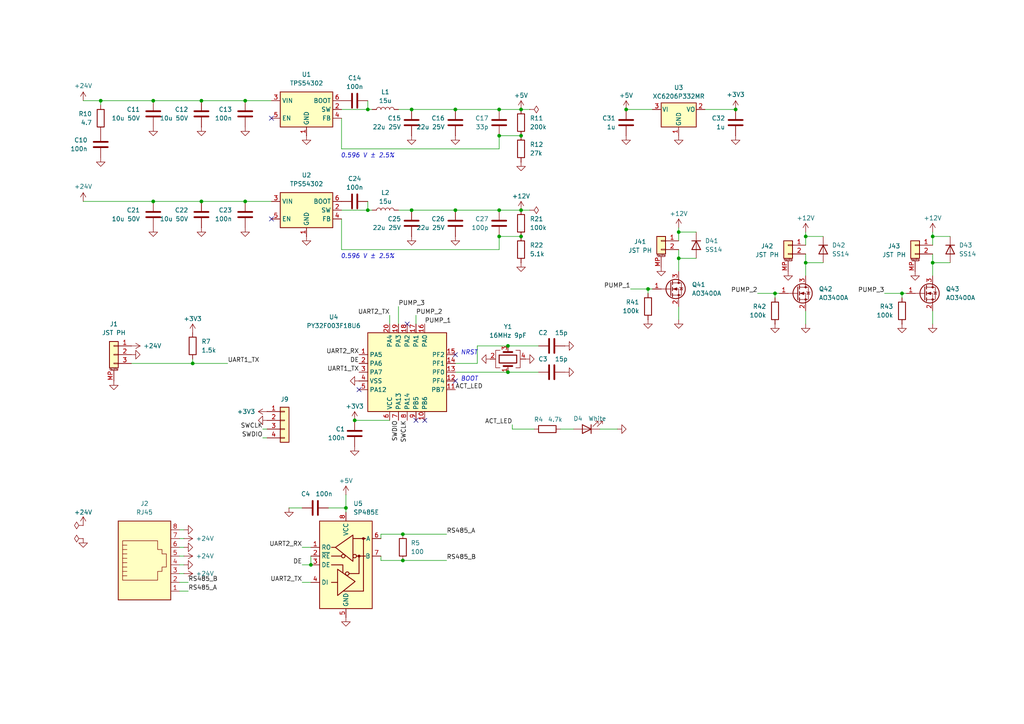
<source format=kicad_sch>
(kicad_sch (version 20250114) (generator "eeschema") (generator_version "9.0")
  (paper "A4")
  (lib_symbols
    (symbol "Connector:RJ45" (pin_names (offset 1.016))
      (property "Reference" "J" (at -5.08 13.97 0))
      (property "Value" "RJ45" (at 2.54 13.97 0))
      (symbol "RJ45_1_1"
        (pin passive line (at 10.16 10.16 180) (length 2.54) (name "~") (number "8"))
        (pin passive line (at 10.16 7.62 180) (length 2.54) (name "~") (number "7"))
        (pin passive line (at 10.16 5.08 180) (length 2.54) (name "~") (number "6"))
        (pin passive line (at 10.16 2.54 180) (length 2.54) (name "~") (number "5"))
        (pin passive line (at 10.16 0 180) (length 2.54) (name "~") (number "4"))
        (pin passive line (at 10.16 -2.54 180) (length 2.54) (name "~") (number "3"))
        (pin passive line (at 10.16 -5.08 180) (length 2.54) (name "~") (number "2"))
        (pin passive line (at 10.16 -7.62 180) (length 2.54) (name "~") (number "1"))
      )
    )
    (symbol "Connector_Generic:Conn_01x04" (pin_names (offset 1.016) (hide yes))
      (property "Reference" "J" (at 0 5.08 0))
      (property "Value" "Conn_01x04" (at 0 -7.62 0))
      (symbol "Conn_01x04_1_1"
        (pin passive line (at -5.08 2.54 0) (length 3.81) (name "Pin_1") (number "1"))
        (pin passive line (at -5.08 0 0) (length 3.81) (name "Pin_2") (number "2"))
        (pin passive line (at -5.08 -2.54 0) (length 3.81) (name "Pin_3") (number "3"))
        (pin passive line (at -5.08 -5.08 0) (length 3.81) (name "Pin_4") (number "4"))
      )
    )
    (symbol "Connector_Generic_MountingPin:Conn_01x02_MountingPin" (pin_names (offset 1.016) (hide yes))
      (property "Reference" "J" (at 0 2.54 0))
      (property "Value" "Conn_01x02_MountingPin" (at 1.27 -5.08 0))
      (symbol "Conn_01x02_MountingPin_1_1"
        (text "Mounting" (at 0 -4.191 0) (effects (font (size 0.381 0.381))))
        (pin passive line (at -5.08 0 0) (length 3.81) (name "Pin_1") (number "1"))
        (pin passive line (at -5.08 -2.54 0) (length 3.81) (name "Pin_2") (number "2"))
        (pin passive line (at 0 -7.62 90) (length 3.048) (name "MountPin") (number "MP"))
      )
    )
    (symbol "Connector_Generic_MountingPin:Conn_01x03_MountingPin" (pin_names (offset 1.016) (hide yes))
      (property "Reference" "J" (at 0 5.08 0))
      (property "Value" "Conn_01x03_MountingPin" (at 1.27 -5.08 0))
      (symbol "Conn_01x03_MountingPin_1_1"
        (text "Mounting" (at 0 -4.191 0) (effects (font (size 0.381 0.381))))
        (pin passive line (at -5.08 2.54 0) (length 3.81) (name "Pin_1") (number "1"))
        (pin passive line (at -5.08 0 0) (length 3.81) (name "Pin_2") (number "2"))
        (pin passive line (at -5.08 -2.54 0) (length 3.81) (name "Pin_3") (number "3"))
        (pin passive line (at 0 -7.62 90) (length 3.048) (name "MountPin") (number "MP"))
      )
    )
    (symbol "Device:C" (pin_numbers (hide yes)) (pin_names (offset 0.254))
      (property "Reference" "C" (at 0.635 2.54 0))
      (property "Value" "C" (at 0.635 -2.54 0))
      (symbol "C_1_1"
        (pin passive line (at 0 3.81 270) (length 2.794) (name "~") (number "1"))
        (pin passive line (at 0 -3.81 90) (length 2.794) (name "~") (number "2"))
      )
    )
    (symbol "Device:Crystal_GND24" (pin_names (offset 1.016) (hide yes))
      (property "Reference" "Y" (at 3.175 5.08 0))
      (property "Value" "Crystal_GND24" (at 3.175 3.175 0))
      (symbol "Crystal_GND24_1_1"
        (pin passive line (at -3.81 0 0) (length 1.27) (name "1") (number "1"))
        (pin passive line (at 0 5.08 270) (length 1.27) (name "2") (number "2"))
        (pin passive line (at 0 -5.08 90) (length 1.27) (name "4") (number "4"))
        (pin passive line (at 3.81 0 180) (length 1.27) (name "3") (number "3"))
      )
    )
    (symbol "Device:D" (pin_numbers (hide yes)) (pin_names (offset 1.016) (hide yes))
      (property "Reference" "D" (at 0 2.54 0))
      (property "Value" "D" (at 0 -2.54 0))
      (symbol "D_1_1"
        (pin passive line (at -3.81 0 0) (length 2.54) (name "K") (number "1"))
        (pin passive line (at 3.81 0 180) (length 2.54) (name "A") (number "2"))
      )
    )
    (symbol "Device:L" (pin_numbers (hide yes)) (pin_names (offset 1.016) (hide yes))
      (property "Reference" "L" (at -1.27 0 90))
      (property "Value" "L" (at 1.905 0 90))
      (symbol "L_1_1"
        (pin passive line (at 0 3.81 270) (length 1.27) (name "1") (number "1"))
        (pin passive line (at 0 -3.81 90) (length 1.27) (name "2") (number "2"))
      )
    )
    (symbol "Device:LED" (pin_numbers (hide yes)) (pin_names (offset 1.016) (hide yes))
      (property "Reference" "D" (at 0 2.54 0))
      (property "Value" "LED" (at 0 -2.54 0))
      (symbol "LED_1_1"
        (pin passive line (at -3.81 0 0) (length 2.54) (name "K") (number "1"))
        (pin passive line (at 3.81 0 180) (length 2.54) (name "A") (number "2"))
      )
    )
    (symbol "Device:R" (pin_numbers (hide yes)) (pin_names (offset 0))
      (property "Reference" "R" (at 2.032 0 90))
      (property "Value" "R" (at 0 0 90))
      (symbol "R_1_1"
        (pin passive line (at 0 3.81 270) (length 1.27) (name "~") (number "1"))
        (pin passive line (at 0 -3.81 90) (length 1.27) (name "~") (number "2"))
      )
    )
    (symbol "GND_1" (power) (pin_numbers (hide yes)) (pin_names (offset 0) (hide yes))
      (property "Value" "GND" (at 0 -3.81 0))
      (symbol "GND_1_1_1"
        (pin power_in line (at 0 0 270) (length 0) (name "~") (number "1"))
      )
    )
    (symbol "Interface_UART:MAX487E"
      (property "Reference" "U" (at -6.985 13.97 0))
      (property "Value" "MAX487E" (at 1.27 13.97 0))
      (symbol "MAX487E_1_1"
        (pin output line (at -10.16 5.08 0) (length 2.54) (name "RO") (number "1"))
        (pin input line (at -10.16 2.54 0) (length 2.54) (name "~{RE}") (number "2"))
        (pin input line (at -10.16 0 0) (length 2.54) (name "DE") (number "3"))
        (pin input line (at -10.16 -5.08 0) (length 2.54) (name "DI") (number "4"))
        (pin power_in line (at 0 15.24 270) (length 2.54) (name "VCC") (number "8"))
        (pin power_in line (at 0 -15.24 90) (length 2.54) (name "GND") (number "5"))
        (pin bidirectional line (at 10.16 7.62 180) (length 2.54) (name "A") (number "6"))
        (pin bidirectional line (at 10.16 2.54 180) (length 2.54) (name "B") (number "7"))
      )
    )
    (symbol "PY32F003:PY32F003F18U6TR"
      (property "Reference" "U" (at -15.748 16.256 0))
      (property "Value" "PY32F003F18U6" (at -15.748 13.716 0))
      (symbol "PY32F003F18U6TR_1_1"
        (pin bidirectional line (at -13.97 5.08 0) (length 2.54) (name "PA5") (number "1"))
        (pin bidirectional line (at -13.97 2.54 0) (length 2.54) (name "PA6") (number "2"))
        (pin bidirectional line (at -13.97 0 0) (length 2.54) (name "PA7") (number "3"))
        (pin input line (at -13.97 -2.54 0) (length 2.54) (hide yes) (name "PAD") (number "21"))
        (pin power_in line (at -13.97 -2.54 0) (length 2.54) (name "VSS") (number "4"))
        (pin bidirectional line (at -13.97 -5.08 0) (length 2.54) (name "PA12") (number "5"))
        (pin bidirectional line (at -5.08 13.97 270) (length 2.54) (name "PA4") (number "20"))
        (pin power_in line (at -5.08 -13.97 90) (length 2.54) (name "VCC") (number "6"))
        (pin bidirectional line (at -2.54 13.97 270) (length 2.54) (name "PA3") (number "19"))
        (pin bidirectional line (at -2.54 -13.97 90) (length 2.54) (name "PA13") (number "7"))
        (pin bidirectional line (at 0 13.97 270) (length 2.54) (name "PA2") (number "18"))
        (pin bidirectional line (at 0 -13.97 90) (length 2.54) (name "PA14") (number "8"))
        (pin bidirectional line (at 2.54 13.97 270) (length 2.54) (name "PA1") (number "17"))
        (pin bidirectional line (at 2.54 -13.97 90) (length 2.54) (name "PB5") (number "9"))
        (pin bidirectional line (at 5.08 13.97 270) (length 2.54) (name "PA0") (number "16"))
        (pin bidirectional line (at 5.08 -13.97 90) (length 2.54) (name "PB6") (number "10"))
        (pin bidirectional line (at 13.97 5.08 180) (length 2.54) (name "PF2") (number "15"))
        (pin bidirectional line (at 13.97 2.54 180) (length 2.54) (name "PF1") (number "14"))
        (pin bidirectional line (at 13.97 0 180) (length 2.54) (name "PF0") (number "13"))
        (pin bidirectional line (at 13.97 -2.54 180) (length 2.54) (name "PF4") (number "12"))
        (pin bidirectional line (at 13.97 -5.08 180) (length 2.54) (name "PB7") (number "11"))
      )
    )
    (symbol "Regulator_Linear:XC6206PxxxMR" (pin_names (offset 0.254))
      (property "Reference" "U" (at -3.81 3.175 0))
      (property "Value" "XC6206PxxxMR" (at 0 3.175 0))
      (symbol "XC6206PxxxMR_1_1"
        (pin power_in line (at -7.62 0 0) (length 2.54) (name "VI") (number "3"))
        (pin power_in line (at 0 -7.62 90) (length 2.54) (name "GND") (number "1"))
        (pin power_out line (at 7.62 0 180) (length 2.54) (name "VO") (number "2"))
      )
    )
    (symbol "Regulator_Switching:TPS54302"
      (property "Reference" "U" (at -7.62 6.35 0))
      (property "Value" "TPS54302" (at 0 6.35 0))
      (symbol "TPS54302_1_1"
        (pin power_in line (at -10.16 2.54 0) (length 2.54) (name "VIN") (number "3"))
        (pin input line (at -10.16 -2.54 0) (length 2.54) (name "EN") (number "5"))
        (pin power_in line (at 0 -7.62 90) (length 2.54) (name "GND") (number "1"))
        (pin passive line (at 10.16 2.54 180) (length 2.54) (name "BOOT") (number "6"))
        (pin power_out line (at 10.16 0 180) (length 2.54) (name "SW") (number "2"))
        (pin input line (at 10.16 -2.54 180) (length 2.54) (name "FB") (number "4"))
      )
    )
    (symbol "Transistor_FET:AO3400A" (pin_names (hide yes))
      (property "Reference" "Q" (at 5.08 1.905 0))
      (property "Value" "AO3400A" (at 5.08 0 0))
      (symbol "AO3400A_1_1"
        (pin input line (at -5.08 0 0) (length 2.54) (name "G") (number "1"))
        (pin passive line (at 2.54 5.08 270) (length 2.54) (name "D") (number "3"))
        (pin passive line (at 2.54 -5.08 90) (length 2.54) (name "S") (number "2"))
      )
    )
    (symbol "power:+12V" (power) (pin_numbers (hide yes)) (pin_names (offset 0) (hide yes))
      (property "Value" "+12V" (at 0 3.556 0))
      (symbol "+12V_1_1"
        (pin power_in line (at 0 0 90) (length 0) (name "~") (number "1"))
      )
    )
    (symbol "power:+24V" (power) (pin_numbers (hide yes)) (pin_names (offset 0) (hide yes))
      (property "Value" "+24V" (at 0 3.556 0))
      (symbol "+24V_1_1"
        (pin power_in line (at 0 0 90) (length 0) (name "~") (number "1"))
      )
    )
    (symbol "power:+3V3" (power) (pin_numbers (hide yes)) (pin_names (offset 0) (hide yes))
      (property "Value" "+3V3" (at 0 3.556 0))
      (symbol "+3V3_1_1"
        (pin power_in line (at 0 0 90) (length 0) (name "~") (number "1"))
      )
    )
    (symbol "power:+5V" (power) (pin_numbers (hide yes)) (pin_names (offset 0) (hide yes))
      (property "Value" "+5V" (at 0 3.556 0))
      (symbol "+5V_1_1"
        (pin power_in line (at 0 0 90) (length 0) (name "~") (number "1"))
      )
    )
    (symbol "power:GND" (power) (pin_numbers (hide yes)) (pin_names (offset 0) (hide yes))
      (property "Value" "GND" (at 0 -3.81 0))
      (symbol "GND_1_1"
        (pin power_in line (at 0 0 270) (length 0) (name "~") (number "1"))
      )
    )
    (symbol "power:PWR_FLAG" (power) (pin_numbers (hide yes)) (pin_names (offset 0) (hide yes))
      (property "Value" "PWR_FLAG" (at 0 3.81 0))
      (symbol "PWR_FLAG_0_0"
        (pin power_out line (at 0 0 90) (length 0) (name "~") (number "1"))
      )
    )
  )
  (text "BOOT" (at 133.604 109.982 0) (effects (font (size 1.27 1.27) (italic yes)) (justify left)))
  (text "NRST" (at 133.604 102.362 0) (effects (font (size 1.27 1.27) (italic yes)) (justify left)))
  (text "0.596 V ± 2.5%" (at 98.806 45.974 0) (effects (font (size 1.27 1.27) (italic yes)) (justify left bottom)))
  (text "0.596 V ± 2.5%" (at 98.806 75.184 0) (effects (font (size 1.27 1.27) (italic yes)) (justify left bottom)))
  (junction (at 151.13 68.58))
  (junction (at 29.21 29.21))
  (junction (at 106.68 60.96))
  (junction (at 116.84 162.56))
  (junction (at 151.13 31.75))
  (junction (at 187.96 83.82))
  (junction (at 144.78 60.96))
  (junction (at 119.38 31.75))
  (junction (at 233.68 76.2))
  (junction (at 116.84 154.94))
  (junction (at 100.33 147.32))
  (junction (at 144.78 31.75))
  (junction (at 270.51 68.58))
  (junction (at 71.12 29.21))
  (junction (at 151.13 39.37))
  (junction (at 196.85 67.31))
  (junction (at 132.08 60.96))
  (junction (at 196.85 74.93))
  (junction (at 213.36 31.75))
  (junction (at 144.78 68.58))
  (junction (at 71.12 58.42))
  (junction (at 147.32 107.95))
  (junction (at 102.87 121.92))
  (junction (at 58.42 58.42))
  (junction (at 144.78 39.37))
  (junction (at 181.61 31.75))
  (junction (at 58.42 29.21))
  (junction (at 55.88 105.41))
  (junction (at 147.32 100.33))
  (junction (at 132.08 31.75))
  (junction (at 261.62 85.09))
  (junction (at 90.17 163.83))
  (junction (at 151.13 60.96))
  (junction (at 106.68 31.75))
  (junction (at 233.68 68.58))
  (junction (at 44.45 58.42))
  (junction (at 224.79 85.09))
  (junction (at 119.38 60.96))
  (junction (at 270.51 76.2))
  (junction (at 44.45 29.21))
  (no_connect (at 104.14 113.03))
  (no_connect (at 123.19 121.92))
  (no_connect (at 132.08 102.87))
  (no_connect (at 78.74 34.29))
  (no_connect (at 78.74 63.5))
  (no_connect (at 118.11 93.98))
  (no_connect (at 120.65 121.92))
  (no_connect (at 132.08 110.49))
  (wire (pts (xy 100.33 143.51) (xy 100.33 147.32)))
  (wire (pts (xy 71.12 58.42) (xy 78.74 58.42)))
  (wire (pts (xy 138.43 105.41) (xy 138.43 100.33)))
  (wire (pts (xy 99.06 72.39) (xy 144.78 72.39)))
  (wire (pts (xy 110.49 162.56) (xy 116.84 162.56)))
  (wire (pts (xy 256.54 85.09) (xy 261.62 85.09)))
  (wire (pts (xy 76.2 124.46) (xy 77.47 124.46)))
  (wire (pts (xy 261.62 86.36) (xy 261.62 85.09)))
  (wire (pts (xy 144.78 39.37) (xy 151.13 39.37)))
  (wire (pts (xy 52.07 156.21) (xy 53.34 156.21)))
  (wire (pts (xy 270.51 67.31) (xy 270.51 68.58)))
  (wire (pts (xy 270.51 93.98) (xy 270.51 90.17)))
  (wire (pts (xy 99.06 34.29) (xy 99.06 43.18)))
  (wire (pts (xy 53.34 166.37) (xy 52.07 166.37)))
  (wire (pts (xy 38.1 105.41) (xy 55.88 105.41)))
  (wire (pts (xy 233.68 76.2) (xy 238.76 76.2)))
  (wire (pts (xy 182.88 83.82) (xy 187.96 83.82)))
  (wire (pts (xy 270.51 68.58) (xy 275.59 68.58)))
  (wire (pts (xy 270.51 73.66) (xy 270.51 76.2)))
  (wire (pts (xy 233.68 76.2) (xy 233.68 80.01)))
  (wire (pts (xy 71.12 29.21) (xy 78.74 29.21)))
  (wire (pts (xy 270.51 76.2) (xy 270.51 80.01)))
  (wire (pts (xy 116.84 162.56) (xy 129.54 162.56)))
  (wire (pts (xy 219.71 85.09) (xy 224.79 85.09)))
  (wire (pts (xy 115.57 60.96) (xy 119.38 60.96)))
  (wire (pts (xy 54.61 168.91) (xy 52.07 168.91)))
  (wire (pts (xy 115.57 31.75) (xy 119.38 31.75)))
  (wire (pts (xy 58.42 29.21) (xy 71.12 29.21)))
  (wire (pts (xy 270.51 68.58) (xy 270.51 71.12)))
  (wire (pts (xy 147.32 107.95) (xy 156.21 107.95)))
  (wire (pts (xy 110.49 154.94) (xy 116.84 154.94)))
  (wire (pts (xy 147.32 100.33) (xy 156.21 100.33)))
  (wire (pts (xy 99.06 31.75) (xy 106.68 31.75)))
  (wire (pts (xy 24.13 29.21) (xy 29.21 29.21)))
  (wire (pts (xy 107.95 60.96) (xy 106.68 60.96)))
  (wire (pts (xy 148.59 124.46) (xy 154.94 124.46)))
  (wire (pts (xy 44.45 29.21) (xy 58.42 29.21)))
  (wire (pts (xy 76.2 127) (xy 77.47 127)))
  (wire (pts (xy 144.78 31.75) (xy 151.13 31.75)))
  (wire (pts (xy 44.45 58.42) (xy 58.42 58.42)))
  (wire (pts (xy 110.49 154.94) (xy 110.49 156.21)))
  (wire (pts (xy 55.88 104.14) (xy 55.88 105.41)))
  (wire (pts (xy 53.34 153.67) (xy 52.07 153.67)))
  (wire (pts (xy 29.21 29.21) (xy 29.21 30.48)))
  (wire (pts (xy 144.78 43.18) (xy 144.78 39.37)))
  (wire (pts (xy 106.68 29.21) (xy 106.68 31.75)))
  (wire (pts (xy 162.56 124.46) (xy 166.37 124.46)))
  (wire (pts (xy 113.03 91.44) (xy 113.03 93.98)))
  (wire (pts (xy 132.08 105.41) (xy 138.43 105.41)))
  (wire (pts (xy 100.33 147.32) (xy 100.33 148.59)))
  (wire (pts (xy 196.85 92.71) (xy 196.85 88.9)))
  (wire (pts (xy 144.78 60.96) (xy 151.13 60.96)))
  (wire (pts (xy 53.34 161.29) (xy 52.07 161.29)))
  (wire (pts (xy 151.13 31.75) (xy 153.67 31.75)))
  (wire (pts (xy 144.78 72.39) (xy 144.78 68.58)))
  (wire (pts (xy 261.62 85.09) (xy 262.89 85.09)))
  (wire (pts (xy 224.79 86.36) (xy 224.79 85.09)))
  (wire (pts (xy 270.51 76.2) (xy 275.59 76.2)))
  (wire (pts (xy 99.06 43.18) (xy 144.78 43.18)))
  (wire (pts (xy 196.85 67.31) (xy 201.93 67.31)))
  (wire (pts (xy 102.87 121.92) (xy 113.03 121.92)))
  (wire (pts (xy 99.06 60.96) (xy 106.68 60.96)))
  (wire (pts (xy 233.68 68.58) (xy 233.68 71.12)))
  (wire (pts (xy 233.68 67.31) (xy 233.68 68.58)))
  (wire (pts (xy 54.61 171.45) (xy 52.07 171.45)))
  (wire (pts (xy 187.96 85.09) (xy 187.96 83.82)))
  (wire (pts (xy 116.84 154.94) (xy 129.54 154.94)))
  (wire (pts (xy 52.07 158.75) (xy 53.34 158.75)))
  (wire (pts (xy 196.85 74.93) (xy 196.85 78.74)))
  (wire (pts (xy 181.61 31.75) (xy 189.23 31.75)))
  (wire (pts (xy 107.95 31.75) (xy 106.68 31.75)))
  (wire (pts (xy 53.34 163.83) (xy 52.07 163.83)))
  (wire (pts (xy 29.21 29.21) (xy 44.45 29.21)))
  (wire (pts (xy 132.08 107.95) (xy 147.32 107.95)))
  (wire (pts (xy 196.85 74.93) (xy 201.93 74.93)))
  (wire (pts (xy 110.49 162.56) (xy 110.49 161.29)))
  (wire (pts (xy 187.96 83.82) (xy 189.23 83.82)))
  (wire (pts (xy 224.79 85.09) (xy 226.06 85.09)))
  (wire (pts (xy 87.63 158.75) (xy 90.17 158.75)))
  (wire (pts (xy 132.08 60.96) (xy 144.78 60.96)))
  (wire (pts (xy 213.36 31.75) (xy 204.47 31.75)))
  (wire (pts (xy 144.78 68.58) (xy 151.13 68.58)))
  (wire (pts (xy 233.68 73.66) (xy 233.68 76.2)))
  (wire (pts (xy 87.63 168.91) (xy 90.17 168.91)))
  (wire (pts (xy 120.65 91.44) (xy 120.65 93.98)))
  (wire (pts (xy 24.13 58.42) (xy 44.45 58.42)))
  (wire (pts (xy 233.68 68.58) (xy 238.76 68.58)))
  (wire (pts (xy 58.42 58.42) (xy 71.12 58.42)))
  (wire (pts (xy 138.43 100.33) (xy 147.32 100.33)))
  (wire (pts (xy 132.08 31.75) (xy 144.78 31.75)))
  (wire (pts (xy 196.85 66.04) (xy 196.85 67.31)))
  (wire (pts (xy 99.06 63.5) (xy 99.06 72.39)))
  (wire (pts (xy 90.17 161.29) (xy 90.17 163.83)))
  (wire (pts (xy 119.38 60.96) (xy 132.08 60.96)))
  (wire (pts (xy 87.63 163.83) (xy 90.17 163.83)))
  (wire (pts (xy 115.57 88.9) (xy 115.57 93.98)))
  (wire (pts (xy 83.82 147.32) (xy 87.63 147.32)))
  (wire (pts (xy 196.85 72.39) (xy 196.85 74.93)))
  (wire (pts (xy 55.88 105.41) (xy 66.04 105.41)))
  (wire (pts (xy 106.68 58.42) (xy 106.68 60.96)))
  (wire (pts (xy 119.38 31.75) (xy 132.08 31.75)))
  (wire (pts (xy 173.99 124.46) (xy 179.07 124.46)))
  (wire (pts (xy 148.59 123.19) (xy 148.59 124.46)))
  (wire (pts (xy 95.25 147.32) (xy 100.33 147.32)))
  (wire (pts (xy 151.13 60.96) (xy 153.67 60.96)))
  (wire (pts (xy 233.68 93.98) (xy 233.68 90.17)))
  (wire (pts (xy 196.85 67.31) (xy 196.85 69.85)))
  (label "UART2_RX" (at 87.63 158.75 180))
  (label "PUMP_2" (at 120.65 91.44 0))
  (label "SWDIO" (at 115.57 121.92 270))
  (label "UART1_TX" (at 66.04 105.41 0))
  (label "UART1_TX" (at 104.14 107.95 180))
  (label "RS485_A" (at 54.61 171.45 0))
  (label "SWDIO" (at 76.2 127 180))
  (label "DE" (at 104.14 105.41 180))
  (label "ACT_LED" (at 148.59 123.19 180))
  (label "DE" (at 87.63 163.83 180))
  (label "PUMP_2" (at 219.71 85.09 180))
  (label "ACT_LED" (at 132.08 113.03 0))
  (label "PUMP_3" (at 115.57 88.9 0))
  (label "UART2_RX" (at 104.14 102.87 180))
  (label "PUMP_1" (at 182.88 83.82 180))
  (label "RS485_B" (at 129.54 162.56 0))
  (label "UART2_TX" (at 87.63 168.91 180))
  (label "PUMP_1" (at 123.19 93.98 0))
  (label "PUMP_3" (at 256.54 85.09 180))
  (label "SWCLK" (at 76.2 124.46 180))
  (label "UART2_TX" (at 113.03 91.44 180))
  (label "SWCLK" (at 118.11 121.92 270))
  (label "RS485_B" (at 54.61 168.91 0))
  (label "RS485_A" (at 129.54 154.94 0))
  (symbol (lib_id "Device:R") (at 151.13 72.39 0) (unit 1)
    (property "Reference" "R22" (at 153.67 71.1199 0) (effects (justify left)))
    (property "Value" "5.1k" (at 153.67 73.6599 0) (effects (justify left)))
    (property "Footprint" "Resistor_SMD:R_0402_1005Metric" (effects (hide yes)))
    (property "Description" "Resistor" (effects (hide yes)))
  )
  (symbol (lib_id "Device:R") (at 151.13 43.18 0) (unit 1)
    (property "Reference" "R12" (at 153.67 41.9099 0) (effects (justify left)))
    (property "Value" "27k" (at 153.67 44.4499 0) (effects (justify left)))
    (property "Footprint" "Resistor_SMD:R_0402_1005Metric" (effects (hide yes)))
    (property "Description" "Resistor" (effects (hide yes)))
  )
  (symbol (lib_id "Device:D") (at 275.59 72.39 270) (unit 1)
    (property "Reference" "D43" (at 278.13 71.1199 90) (effects (justify left)))
    (property "Value" "SS14" (at 278.13 73.6599 90) (effects (justify left)))
    (property "Footprint" "Diode_SMD:D_SMA" (effects (hide yes)))
    (property "Description" "Diode" (effects (hide yes)))
    (property "Sim.Device" "D" (effects (hide yes)))
    (property "Sim.Pins" "1=K 2=A" (effects (hide yes)))
  )
  (symbol (lib_id "Device:C") (at 102.87 125.73 0) (mirror y) (unit 1)
    (property "Reference" "C1" (at 100.076 124.46 0) (effects (justify left)))
    (property "Value" "100n" (at 100.076 127 0) (effects (justify left)))
    (property "Footprint" "Capacitor_SMD:C_0402_1005Metric" (effects (hide yes)))
    (property "Description" "Unpolarized capacitor" (effects (hide yes)))
  )
  (symbol (lib_id "power:+24V") (at 53.34 166.37 270) (unit 1)
    (property "Reference" "#PWR04" (effects (hide yes)))
    (property "Value" "+24V" (at 59.436 166.37 90))
    (property "Description" "Power symbol creates a global label with name \"+24V\"" (effects (hide yes)))
  )
  (symbol (lib_id "power:GND") (at 163.83 107.95 90) (unit 1)
    (property "Reference" "#PWR021" (effects (hide yes)))
    (property "Value" "GND" (effects (hide yes)))
    (property "Description" "Power symbol creates a global label with name \"GND\" , ground" (effects (hide yes)))
  )
  (symbol (lib_id "power:+24V") (at 24.13 152.4 0) (unit 1)
    (property "Reference" "#PWR037" (effects (hide yes)))
    (property "Value" "+24V" (at 24.13 148.59 0))
    (property "Description" "Power symbol creates a global label with name \"+24V\"" (effects (hide yes)))
  )
  (symbol (lib_id "power:+5V") (at 181.61 31.75 0) (unit 1)
    (property "Reference" "#PWR016" (effects (hide yes)))
    (property "Value" "+5V" (at 181.61 27.686 0))
    (property "Description" "Power symbol creates a global label with name \"+5V\"" (effects (hide yes)))
  )
  (symbol (lib_id "Device:R") (at 158.75 124.46 90) (unit 1)
    (property "Reference" "R4" (at 156.21 121.666 90))
    (property "Value" "4.7k" (at 161.036 121.666 90))
    (property "Footprint" "Resistor_SMD:R_0402_1005Metric" (effects (hide yes)))
    (property "Description" "Resistor" (effects (hide yes)))
  )
  (symbol (lib_id "power:+3V3") (at 77.47 119.38 90) (unit 1)
    (property "Reference" "#PWR034" (effects (hide yes)))
    (property "Value" "+3V3" (at 71.374 119.38 90))
    (property "Description" "Power symbol creates a global label with name \"+3V3\"" (effects (hide yes)))
  )
  (symbol (lib_id "power:PWR_FLAG") (at 24.13 152.4 90) (unit 1)
    (property "Reference" "#FLG05" (effects (hide yes)))
    (property "Value" "PWR_FLAG" (effects (hide yes)))
    (property "Description" "Special symbol for telling ERC where power comes from" (effects (hide yes)))
  )
  (symbol (lib_id "Device:C") (at 29.21 41.91 0) (mirror y) (unit 1)
    (property "Reference" "C10" (at 25.4 40.6399 0) (effects (justify left)))
    (property "Value" "100n" (at 25.4 43.1799 0) (effects (justify left)))
    (property "Footprint" "Capacitor_SMD:C_0402_1005Metric" (effects (hide yes)))
    (property "Description" "Unpolarized capacitor" (effects (hide yes)))
  )
  (symbol (lib_id "power:GND") (at 224.79 93.98 0) (unit 1)
    (property "Reference" "#PWR054" (effects (hide yes)))
    (property "Value" "GND" (effects (hide yes)))
    (property "Description" "Power symbol creates a global label with name \"GND\" , ground" (effects (hide yes)))
  )
  (symbol (lib_id "Device:R") (at 224.79 90.17 0) (mirror y) (unit 1)
    (property "Reference" "R42" (at 222.25 88.8999 0) (effects (justify left)))
    (property "Value" "100k" (at 222.25 91.4399 0) (effects (justify left)))
    (property "Footprint" "Resistor_SMD:R_0402_1005Metric" (effects (hide yes)))
    (property "Description" "Resistor" (effects (hide yes)))
  )
  (symbol (lib_name "GND_1") (lib_id "power:GND") (at 196.85 39.37 0) (unit 1)
    (property "Reference" "#PWR044" (effects (hide yes)))
    (property "Value" "GND" (effects (hide yes)))
    (property "Description" "Power symbol creates a global label with name \"GND\" , ground" (effects (hide yes)))
  )
  (symbol (lib_id "power:GND") (at 152.4 104.14 90) (unit 1)
    (property "Reference" "#PWR023" (effects (hide yes)))
    (property "Value" "GND" (effects (hide yes)))
    (property "Description" "Power symbol creates a global label with name \"GND\" , ground" (effects (hide yes)))
  )
  (symbol (lib_id "power:GND") (at 228.6 78.74 0) (unit 1)
    (property "Reference" "#PWR055" (effects (hide yes)))
    (property "Value" "GND" (effects (hide yes)))
    (property "Description" "Power symbol creates a global label with name \"GND\" , ground" (effects (hide yes)))
  )
  (symbol (lib_id "power:GND") (at 44.45 36.83 0) (unit 1)
    (property "Reference" "#PWR09" (effects (hide yes)))
    (property "Value" "GND" (effects (hide yes)))
    (property "Description" "Power symbol creates a global label with name \"GND\" , ground" (effects (hide yes)))
  )
  (symbol (lib_id "power:GND") (at 132.08 68.58 0) (unit 1)
    (property "Reference" "#PWR028" (effects (hide yes)))
    (property "Value" "GND" (effects (hide yes)))
    (property "Description" "Power symbol creates a global label with name \"GND\" , ground" (effects (hide yes)))
  )
  (symbol (lib_id "power:GND") (at 102.87 129.54 0) (unit 1)
    (property "Reference" "#PWR019" (effects (hide yes)))
    (property "Value" "GND" (effects (hide yes)))
    (property "Description" "Power symbol creates a global label with name \"GND\" , ground" (effects (hide yes)))
  )
  (symbol (lib_id "power:+24V") (at 53.34 161.29 270) (unit 1)
    (property "Reference" "#PWR05" (effects (hide yes)))
    (property "Value" "+24V" (at 59.436 161.29 90))
    (property "Description" "Power symbol creates a global label with name \"+24V\"" (effects (hide yes)))
  )
  (symbol (lib_id "power:+5V") (at 151.13 31.75 0) (unit 1)
    (property "Reference" "#PWR015" (effects (hide yes)))
    (property "Value" "+5V" (at 151.13 27.686 0))
    (property "Description" "Power symbol creates a global label with name \"+5V\"" (effects (hide yes)))
  )
  (symbol (lib_id "power:GND") (at 58.42 66.04 0) (unit 1)
    (property "Reference" "#PWR024" (effects (hide yes)))
    (property "Value" "GND" (effects (hide yes)))
    (property "Description" "Power symbol creates a global label with name \"GND\" , ground" (effects (hide yes)))
  )
  (symbol (lib_id "power:GND") (at 71.12 66.04 0) (unit 1)
    (property "Reference" "#PWR046" (effects (hide yes)))
    (property "Value" "GND" (effects (hide yes)))
    (property "Description" "Power symbol creates a global label with name \"GND\" , ground" (effects (hide yes)))
  )
  (symbol (lib_id "Device:R") (at 29.21 34.29 0) (unit 1)
    (property "Reference" "R10" (at 26.67 33.0199 0) (effects (justify right)))
    (property "Value" "4.7" (at 26.67 35.5599 0) (effects (justify right)))
    (property "Footprint" "Resistor_SMD:R_0402_1005Metric" (effects (hide yes)))
    (property "Description" "Resistor" (effects (hide yes)))
  )
  (symbol (lib_id "power:GND") (at 151.13 76.2 0) (unit 1)
    (property "Reference" "#PWR048" (effects (hide yes)))
    (property "Value" "GND" (effects (hide yes)))
    (property "Description" "Power symbol creates a global label with name \"GND\" , ground" (effects (hide yes)))
  )
  (symbol (lib_id "Device:C") (at 160.02 107.95 90) (unit 1)
    (property "Reference" "C3" (at 157.48 104.14 90))
    (property "Value" "15p" (at 162.814 104.14 90))
    (property "Footprint" "Capacitor_SMD:C_0402_1005Metric" (effects (hide yes)))
    (property "Description" "Unpolarized capacitor" (effects (hide yes)))
  )
  (symbol (lib_id "power:GND") (at 191.77 77.47 0) (unit 1)
    (property "Reference" "#PWR053" (effects (hide yes)))
    (property "Value" "GND" (effects (hide yes)))
    (property "Description" "Power symbol creates a global label with name \"GND\" , ground" (effects (hide yes)))
  )
  (symbol (lib_name "GND_1") (lib_id "power:GND") (at 213.36 39.37 0) (unit 1)
    (property "Reference" "#PWR045" (effects (hide yes)))
    (property "Value" "GND" (effects (hide yes)))
    (property "Description" "Power symbol creates a global label with name \"GND\" , ground" (effects (hide yes)))
  )
  (symbol (lib_id "Connector_Generic_MountingPin:Conn_01x02_MountingPin") (at 191.77 69.85 0) (mirror y) (unit 1)
    (property "Reference" "J41" (at 185.674 70.104 0))
    (property "Value" "JST PH" (at 185.674 72.644 0))
    (property "Footprint" "Connector_JST:JST_PH_S2B-PH-SM4-TB_1x02-1MP_P2.00mm_Horizontal" (effects (hide yes)))
    (property "Description" "Generic connectable mounting pin connector, single row, 01x02, script generated (kicad-library-utils/schlib/autogen/connector/)" (effects (hide yes)))
    (property "LCSC PN" "C51940124" (effects (hide yes)))
  )
  (symbol (lib_id "power:PWR_FLAG") (at 24.13 156.21 90) (unit 1)
    (property "Reference" "#FLG06" (effects (hide yes)))
    (property "Value" "PWR_FLAG" (effects (hide yes)))
    (property "Description" "Special symbol for telling ERC where power comes from" (effects (hide yes)))
  )
  (symbol (lib_id "Regulator_Switching:TPS54302") (at 88.9 60.96 0) (unit 1)
    (property "Reference" "U2" (at 88.9 50.8 0))
    (property "Value" "TPS54302" (at 88.9 53.34 0))
    (property "Footprint" "Package_TO_SOT_SMD:SOT-23-6" (effects (hide yes)))
    (property "Datasheet" "http://www.ti.com/lit/ds/symlink/tps54302.pdf" (effects (hide yes)))
    (property "Description" "3A, 4.5 to 28V Input, EMI Friendly integrated switch synchronous step-down regulator, pulse-skipping, SOT-23-6" (effects (hide yes)))
    (property "LCSC PN" "C311983" (effects (hide yes)))
  )
  (symbol (lib_id "power:+5V") (at 100.33 143.51 0) (unit 1)
    (property "Reference" "#PWR030" (effects (hide yes)))
    (property "Value" "+5V" (at 100.33 139.446 0))
    (property "Description" "Power symbol creates a global label with name \"+5V\"" (effects (hide yes)))
  )
  (symbol (lib_id "power:GND") (at 119.38 68.58 0) (unit 1)
    (property "Reference" "#PWR026" (effects (hide yes)))
    (property "Value" "GND" (effects (hide yes)))
    (property "Description" "Power symbol creates a global label with name \"GND\" , ground" (effects (hide yes)))
  )
  (symbol (lib_id "Device:R") (at 187.96 88.9 0) (mirror y) (unit 1)
    (property "Reference" "R41" (at 185.42 87.6299 0) (effects (justify left)))
    (property "Value" "100k" (at 185.42 90.1699 0) (effects (justify left)))
    (property "Footprint" "Resistor_SMD:R_0402_1005Metric" (effects (hide yes)))
    (property "Description" "Resistor" (effects (hide yes)))
  )
  (symbol (lib_id "Regulator_Linear:XC6206PxxxMR") (at 196.85 31.75 0) (unit 1)
    (property "Reference" "U3" (at 196.85 25.4 0))
    (property "Value" "XC6206P332MR" (at 196.85 27.94 0))
    (property "Footprint" "Package_TO_SOT_SMD:SOT-23-3" (effects (hide yes)))
    (property "Datasheet" "https://www.torexsemi.com/file/xc6206/XC6206.pdf" (effects (hide yes)))
    (property "Description" "Positive 60-250mA Low Dropout Regulator, Fixed Output, SOT-23" (effects (hide yes)))
    (property "LCSC PN" "C5446" (effects (hide yes)))
  )
  (symbol (lib_id "Device:C") (at 58.42 62.23 0) (mirror y) (unit 1)
    (property "Reference" "C22" (at 54.61 60.9599 0) (effects (justify left)))
    (property "Value" "10u 50V" (at 54.61 63.4999 0) (effects (justify left)))
    (property "Footprint" "Capacitor_SMD:C_0805_2012Metric" (effects (hide yes)))
    (property "Description" "Unpolarized capacitor" (effects (hide yes)))
  )
  (symbol (lib_id "Device:C") (at 58.42 33.02 0) (mirror y) (unit 1)
    (property "Reference" "C12" (at 54.61 31.7499 0) (effects (justify left)))
    (property "Value" "10u 50V" (at 54.61 34.2899 0) (effects (justify left)))
    (property "Footprint" "Capacitor_SMD:C_0805_2012Metric" (effects (hide yes)))
    (property "Description" "Unpolarized capacitor" (effects (hide yes)))
  )
  (symbol (lib_id "power:+24V") (at 38.1 100.33 270) (unit 1)
    (property "Reference" "#PWR014" (effects (hide yes)))
    (property "Value" "+24V" (at 44.196 100.33 90))
    (property "Description" "Power symbol creates a global label with name \"+24V\"" (effects (hide yes)))
  )
  (symbol (lib_id "power:GND") (at 187.96 92.71 0) (unit 1)
    (property "Reference" "#PWR052" (effects (hide yes)))
    (property "Value" "GND" (effects (hide yes)))
    (property "Description" "Power symbol creates a global label with name \"GND\" , ground" (effects (hide yes)))
  )
  (symbol (lib_id "Device:D") (at 238.76 72.39 270) (unit 1)
    (property "Reference" "D42" (at 241.3 71.1199 90) (effects (justify left)))
    (property "Value" "SS14" (at 241.3 73.6599 90) (effects (justify left)))
    (property "Footprint" "Diode_SMD:D_SMA" (effects (hide yes)))
    (property "Description" "Diode" (effects (hide yes)))
    (property "Sim.Device" "D" (effects (hide yes)))
    (property "Sim.Pins" "1=K 2=A" (effects (hide yes)))
  )
  (symbol (lib_id "Device:R") (at 55.88 100.33 0) (mirror y) (unit 1)
    (property "Reference" "R7" (at 58.42 99.0599 0) (effects (justify right)))
    (property "Value" "1.5k" (at 58.42 101.5999 0) (effects (justify right)))
    (property "Footprint" "Resistor_SMD:R_0402_1005Metric" (effects (hide yes)))
    (property "Description" "Resistor" (effects (hide yes)))
  )
  (symbol (lib_id "power:GND") (at 104.14 110.49 270) (unit 1)
    (property "Reference" "#PWR018" (effects (hide yes)))
    (property "Value" "GND" (effects (hide yes)))
    (property "Description" "Power symbol creates a global label with name \"GND\" , ground" (effects (hide yes)))
  )
  (symbol (lib_id "Connector_Generic_MountingPin:Conn_01x03_MountingPin") (at 33.02 102.87 0) (mirror y) (unit 1)
    (property "Reference" "J1" (at 33.02 93.98 0))
    (property "Value" "JST PH" (at 33.02 96.52 0))
    (property "Footprint" "Connector_JST:JST_PH_S3B-PH-SM4-TB_1x03-1MP_P2.00mm_Horizontal" (effects (hide yes)))
    (property "Description" "Generic connectable mounting pin connector, single row, 01x03, script generated (kicad-library-utils/schlib/autogen/connector/)" (effects (hide yes)))
  )
  (symbol (lib_id "Connector_Generic:Conn_01x04") (at 82.55 121.92 0) (unit 1) (in_bom no)
    (property "Reference" "J9" (at 82.55 115.824 0))
    (property "Value" "Conn_01x04" (effects (hide yes)))
    (property "Footprint" "TestPoints_P2.00:TestPoints_1x04_P2.00" (effects (hide yes)))
    (property "Description" "Generic connector, single row, 01x04, script generated (kicad-library-utils/schlib/autogen/connector/)" (effects (hide yes)))
  )
  (symbol (lib_id "Transistor_FET:AO3400A") (at 231.14 85.09 0) (unit 1)
    (property "Reference" "Q42" (at 237.49 83.8199 0) (effects (justify left)))
    (property "Value" "AO3400A" (at 237.49 86.3599 0) (effects (justify left)))
    (property "Footprint" "Package_TO_SOT_SMD:SOT-23" (effects (hide yes)))
    (property "Datasheet" "http://www.aosmd.com/pdfs/datasheet/AO3400A.pdf" (effects (hide yes)))
    (property "Description" "30V Vds, 5.7A Id, N-Channel MOSFET, SOT-23" (effects (hide yes)))
  )
  (symbol (lib_id "Connector_Generic_MountingPin:Conn_01x02_MountingPin") (at 228.6 71.12 0) (mirror y) (unit 1)
    (property "Reference" "J42" (at 222.504 71.374 0))
    (property "Value" "JST PH" (at 222.504 73.914 0))
    (property "Footprint" "Connector_JST:JST_PH_S2B-PH-SM4-TB_1x02-1MP_P2.00mm_Horizontal" (effects (hide yes)))
    (property "Description" "Generic connectable mounting pin connector, single row, 01x02, script generated (kicad-library-utils/schlib/autogen/connector/)" (effects (hide yes)))
    (property "LCSC PN" "C51940124" (effects (hide yes)))
  )
  (symbol (lib_id "power:GND") (at 179.07 124.46 90) (unit 1)
    (property "Reference" "#PWR027" (effects (hide yes)))
    (property "Value" "GND" (effects (hide yes)))
    (property "Description" "Power symbol creates a global label with name \"GND\" , ground" (effects (hide yes)))
  )
  (symbol (lib_id "Device:R") (at 116.84 158.75 0) (unit 1)
    (property "Reference" "R5" (at 119.126 157.48 0) (effects (justify left)))
    (property "Value" "100" (at 119.126 160.02 0) (effects (justify left)))
    (property "Footprint" "Resistor_SMD:R_0402_1005Metric" (effects (hide yes)))
    (property "Description" "Resistor" (effects (hide yes)))
  )
  (symbol (lib_id "power:+3V3") (at 213.36 31.75 0) (unit 1)
    (property "Reference" "#PWR029" (effects (hide yes)))
    (property "Value" "+3V3" (at 213.36 27.432 0))
    (property "Description" "Power symbol creates a global label with name \"+3V3\"" (effects (hide yes)))
  )
  (symbol (lib_id "PY32F003:PY32F003F18U6TR") (at 118.11 107.95 0) (unit 1)
    (property "Reference" "U4" (at 96.774 91.948 0))
    (property "Value" "PY32F003F18U6" (at 96.774 94.488 0))
    (property "Footprint" "Package_DFN_QFN:QFN-20-1EP_3x3mm_P0.4mm_EP1.65x1.65mm" (effects (hide yes)))
    (property "LCSC PN" "C7422665" (effects (hide yes)))
  )
  (symbol (lib_id "Transistor_FET:AO3400A") (at 194.31 83.82 0) (unit 1)
    (property "Reference" "Q41" (at 200.66 82.5499 0) (effects (justify left)))
    (property "Value" "AO3400A" (at 200.66 85.0899 0) (effects (justify left)))
    (property "Footprint" "Package_TO_SOT_SMD:SOT-23" (effects (hide yes)))
    (property "Datasheet" "http://www.aosmd.com/pdfs/datasheet/AO3400A.pdf" (effects (hide yes)))
    (property "Description" "30V Vds, 5.7A Id, N-Channel MOSFET, SOT-23" (effects (hide yes)))
  )
  (symbol (lib_id "Device:C") (at 144.78 64.77 0) (mirror y) (unit 1)
    (property "Reference" "C27" (at 141.732 63.5 0) (effects (justify left)))
    (property "Value" "100p" (at 141.732 66.04 0) (effects (justify left)))
    (property "Footprint" "Capacitor_SMD:C_0402_1005Metric" (effects (hide yes)))
    (property "Description" "Unpolarized capacitor" (effects (hide yes)))
  )
  (symbol (lib_id "Device:C") (at 144.78 35.56 0) (mirror y) (unit 1)
    (property "Reference" "C17" (at 141.732 34.29 0) (effects (justify left)))
    (property "Value" "33p" (at 141.732 36.83 0) (effects (justify left)))
    (property "Footprint" "Capacitor_SMD:C_0402_1005Metric" (effects (hide yes)))
    (property "Description" "Unpolarized capacitor" (effects (hide yes)))
  )
  (symbol (lib_id "power:GND") (at 53.34 163.83 90) (unit 1)
    (property "Reference" "#PWR06" (effects (hide yes)))
    (property "Value" "GND" (effects (hide yes)))
    (property "Description" "Power symbol creates a global label with name \"GND\" , ground" (effects (hide yes)))
  )
  (symbol (lib_id "power:GND") (at 142.24 104.14 270) (unit 1)
    (property "Reference" "#PWR022" (effects (hide yes)))
    (property "Value" "GND" (effects (hide yes)))
    (property "Description" "Power symbol creates a global label with name \"GND\" , ground" (effects (hide yes)))
  )
  (symbol (lib_id "Device:C") (at 91.44 147.32 90) (unit 1)
    (property "Reference" "C4" (at 88.646 143.256 90))
    (property "Value" "100n" (at 93.98 143.256 90))
    (property "Footprint" "Capacitor_SMD:C_0402_1005Metric" (effects (hide yes)))
    (property "Description" "Unpolarized capacitor" (effects (hide yes)))
  )
  (symbol (lib_id "Device:R") (at 151.13 64.77 0) (unit 1)
    (property "Reference" "R21" (at 153.67 63.4999 0) (effects (justify left)))
    (property "Value" "100k" (at 153.67 66.0399 0) (effects (justify left)))
    (property "Footprint" "Resistor_SMD:R_0402_1005Metric" (effects (hide yes)))
    (property "Description" "Resistor" (effects (hide yes)))
  )
  (symbol (lib_id "Device:R") (at 151.13 35.56 0) (unit 1)
    (property "Reference" "R11" (at 153.67 34.2899 0) (effects (justify left)))
    (property "Value" "200k" (at 153.67 36.8299 0) (effects (justify left)))
    (property "Footprint" "Resistor_SMD:R_0402_1005Metric" (effects (hide yes)))
    (property "Description" "Resistor" (effects (hide yes)))
  )
  (symbol (lib_id "Device:C") (at 71.12 62.23 0) (mirror y) (unit 1)
    (property "Reference" "C23" (at 67.31 60.9599 0) (effects (justify left)))
    (property "Value" "100n" (at 67.31 63.4999 0) (effects (justify left)))
    (property "Footprint" "Capacitor_SMD:C_0402_1005Metric" (effects (hide yes)))
    (property "Description" "Unpolarized capacitor" (effects (hide yes)))
  )
  (symbol (lib_id "Device:C") (at 71.12 33.02 0) (mirror y) (unit 1)
    (property "Reference" "C13" (at 67.31 31.7499 0) (effects (justify left)))
    (property "Value" "100n" (at 67.31 34.2899 0) (effects (justify left)))
    (property "Footprint" "Capacitor_SMD:C_0402_1005Metric" (effects (hide yes)))
    (property "Description" "Unpolarized capacitor" (effects (hide yes)))
  )
  (symbol (lib_id "Device:C") (at 119.38 35.56 0) (mirror y) (unit 1)
    (property "Reference" "C15" (at 116.332 34.29 0) (effects (justify left)))
    (property "Value" "22u 25V" (at 116.332 36.83 0) (effects (justify left)))
    (property "Footprint" "Capacitor_SMD:C_0805_2012Metric" (effects (hide yes)))
    (property "Description" "Unpolarized capacitor" (effects (hide yes)))
  )
  (symbol (lib_id "Device:C") (at 119.38 64.77 0) (mirror y) (unit 1)
    (property "Reference" "C25" (at 116.332 63.5 0) (effects (justify left)))
    (property "Value" "22u 25V" (at 116.332 66.04 0) (effects (justify left)))
    (property "Footprint" "Capacitor_SMD:C_0805_2012Metric" (effects (hide yes)))
    (property "Description" "Unpolarized capacitor" (effects (hide yes)))
  )
  (symbol (lib_id "power:GND") (at 58.42 36.83 0) (unit 1)
    (property "Reference" "#PWR012" (effects (hide yes)))
    (property "Value" "GND" (effects (hide yes)))
    (property "Description" "Power symbol creates a global label with name \"GND\" , ground" (effects (hide yes)))
  )
  (symbol (lib_id "Device:C") (at 160.02 100.33 90) (unit 1)
    (property "Reference" "C2" (at 157.48 96.52 90))
    (property "Value" "15p" (at 162.814 96.52 90))
    (property "Footprint" "Capacitor_SMD:C_0402_1005Metric" (effects (hide yes)))
    (property "Description" "Unpolarized capacitor" (effects (hide yes)))
  )
  (symbol (lib_id "Device:L") (at 111.76 31.75 90) (unit 1)
    (property "Reference" "L1" (at 111.76 26.67 90))
    (property "Value" "15u" (at 111.76 29.21 90))
    (property "Footprint" "Inductor_SMD:L_Sunlord_SWPA5040S" (effects (hide yes)))
    (property "Description" "Inductor" (effects (hide yes)))
    (property "LCSC PN" "C2961339" (effects (hide yes)))
    (property "Mfr PN" "PRS5040-150MT" (effects (hide yes)))
  )
  (symbol (lib_id "Device:D") (at 201.93 71.12 270) (unit 1)
    (property "Reference" "D41" (at 204.47 69.8499 90) (effects (justify left)))
    (property "Value" "SS14" (at 204.47 72.3899 90) (effects (justify left)))
    (property "Footprint" "Diode_SMD:D_SMA" (effects (hide yes)))
    (property "Description" "Diode" (effects (hide yes)))
    (property "Sim.Device" "D" (effects (hide yes)))
    (property "Sim.Pins" "1=K 2=A" (effects (hide yes)))
  )
  (symbol (lib_id "Device:C") (at 132.08 35.56 0) (mirror y) (unit 1)
    (property "Reference" "C16" (at 129.032 34.29 0) (effects (justify left)))
    (property "Value" "22u 25V" (at 129.032 36.83 0) (effects (justify left)))
    (property "Footprint" "Capacitor_SMD:C_0805_2012Metric" (effects (hide yes)))
    (property "Description" "Unpolarized capacitor" (effects (hide yes)))
  )
  (symbol (lib_id "Device:C") (at 132.08 64.77 0) (mirror y) (unit 1)
    (property "Reference" "C26" (at 129.032 63.5 0) (effects (justify left)))
    (property "Value" "22u 25V" (at 129.032 66.04 0) (effects (justify left)))
    (property "Footprint" "Capacitor_SMD:C_0805_2012Metric" (effects (hide yes)))
    (property "Description" "Unpolarized capacitor" (effects (hide yes)))
  )
  (symbol (lib_id "power:GND") (at 100.33 179.07 0) (unit 1)
    (property "Reference" "#PWR031" (effects (hide yes)))
    (property "Value" "GND" (effects (hide yes)))
    (property "Description" "Power symbol creates a global label with name \"GND\" , ground" (effects (hide yes)))
  )
  (symbol (lib_id "Device:C") (at 213.36 35.56 0) (mirror y) (unit 1)
    (property "Reference" "C32" (at 210.312 34.29 0) (effects (justify left)))
    (property "Value" "1u" (at 210.312 36.83 0) (effects (justify left)))
    (property "Footprint" "Capacitor_SMD:C_0402_1005Metric" (effects (hide yes)))
    (property "Description" "Unpolarized capacitor" (effects (hide yes)))
  )
  (symbol (lib_id "power:+3V3") (at 102.87 121.92 0) (unit 1)
    (property "Reference" "#PWR033" (effects (hide yes)))
    (property "Value" "+3V3" (at 102.87 117.856 0))
    (property "Description" "Power symbol creates a global label with name \"+3V3\"" (effects (hide yes)))
  )
  (symbol (lib_name "GND_1") (lib_id "power:GND") (at 181.61 39.37 0) (unit 1)
    (property "Reference" "#PWR035" (effects (hide yes)))
    (property "Value" "GND" (effects (hide yes)))
    (property "Description" "Power symbol creates a global label with name \"GND\" , ground" (effects (hide yes)))
  )
  (symbol (lib_id "power:+12V") (at 233.68 67.31 0) (unit 1)
    (property "Reference" "#PWR056" (effects (hide yes)))
    (property "Value" "+12V" (at 233.68 63.246 0))
    (property "Description" "Power symbol creates a global label with name \"+12V\"" (effects (hide yes)))
  )
  (symbol (lib_id "power:+24V") (at 53.34 156.21 270) (unit 1)
    (property "Reference" "#PWR07" (effects (hide yes)))
    (property "Value" "+24V" (at 59.436 156.21 90))
    (property "Description" "Power symbol creates a global label with name \"+24V\"" (effects (hide yes)))
  )
  (symbol (lib_id "power:+24V") (at 24.13 58.42 0) (unit 1)
    (property "Reference" "#PWR049" (effects (hide yes)))
    (property "Value" "+24V" (at 24.13 54.102 0))
    (property "Description" "Power symbol creates a global label with name \"+24V\"" (effects (hide yes)))
  )
  (symbol (lib_id "Device:R") (at 261.62 90.17 0) (mirror y) (unit 1)
    (property "Reference" "R43" (at 259.08 88.8999 0) (effects (justify left)))
    (property "Value" "100k" (at 259.08 91.4399 0) (effects (justify left)))
    (property "Footprint" "Resistor_SMD:R_0402_1005Metric" (effects (hide yes)))
    (property "Description" "Resistor" (effects (hide yes)))
  )
  (symbol (lib_id "power:GND") (at 88.9 68.58 0) (unit 1)
    (property "Reference" "#PWR02" (effects (hide yes)))
    (property "Value" "GND" (effects (hide yes)))
    (property "Description" "Power symbol creates a global label with name \"GND\" , ground" (effects (hide yes)))
  )
  (symbol (lib_id "power:GND") (at 77.47 121.92 270) (unit 1)
    (property "Reference" "#PWR025" (effects (hide yes)))
    (property "Value" "GND" (effects (hide yes)))
    (property "Description" "Power symbol creates a global label with name \"GND\" , ground" (effects (hide yes)))
  )
  (symbol (lib_id "Device:C") (at 181.61 35.56 0) (mirror y) (unit 1)
    (property "Reference" "C31" (at 178.562 34.29 0) (effects (justify left)))
    (property "Value" "1u" (at 178.562 36.83 0) (effects (justify left)))
    (property "Footprint" "Capacitor_SMD:C_0402_1005Metric" (effects (hide yes)))
    (property "Description" "Unpolarized capacitor" (effects (hide yes)))
  )
  (symbol (lib_id "power:GND") (at 270.51 93.98 0) (unit 1)
    (property "Reference" "#PWR061" (effects (hide yes)))
    (property "Value" "GND" (effects (hide yes)))
    (property "Description" "Power symbol creates a global label with name \"GND\" , ground" (effects (hide yes)))
  )
  (symbol (lib_id "Device:C") (at 44.45 62.23 0) (mirror y) (unit 1)
    (property "Reference" "C21" (at 40.64 60.9599 0) (effects (justify left)))
    (property "Value" "10u 50V" (at 40.64 63.4999 0) (effects (justify left)))
    (property "Footprint" "Capacitor_SMD:C_0805_2012Metric" (effects (hide yes)))
    (property "Description" "Unpolarized capacitor" (effects (hide yes)))
  )
  (symbol (lib_id "Device:C") (at 44.45 33.02 0) (mirror y) (unit 1)
    (property "Reference" "C11" (at 40.64 31.7499 0) (effects (justify left)))
    (property "Value" "10u 50V" (at 40.64 34.2899 0) (effects (justify left)))
    (property "Footprint" "Capacitor_SMD:C_0805_2012Metric" (effects (hide yes)))
    (property "Description" "Unpolarized capacitor" (effects (hide yes)))
  )
  (symbol (lib_id "Device:L") (at 111.76 60.96 90) (unit 1)
    (property "Reference" "L2" (at 111.76 55.88 90))
    (property "Value" "15u" (at 111.76 58.42 90))
    (property "Footprint" "Inductor_SMD:L_Sunlord_SWPA5040S" (effects (hide yes)))
    (property "Description" "Inductor" (effects (hide yes)))
    (property "LCSC PN" "C2961339" (effects (hide yes)))
    (property "Mfr PN" "PRS5040-150MT" (effects (hide yes)))
  )
  (symbol (lib_id "power:+12V") (at 196.85 66.04 0) (unit 1)
    (property "Reference" "#PWR050" (effects (hide yes)))
    (property "Value" "+12V" (at 196.85 61.976 0))
    (property "Description" "Power symbol creates a global label with name \"+12V\"" (effects (hide yes)))
  )
  (symbol (lib_id "power:GND") (at 132.08 39.37 0) (unit 1)
    (property "Reference" "#PWR011" (effects (hide yes)))
    (property "Value" "GND" (effects (hide yes)))
    (property "Description" "Power symbol creates a global label with name \"GND\" , ground" (effects (hide yes)))
  )
  (symbol (lib_id "power:+3V3") (at 55.88 96.52 0) (unit 1)
    (property "Reference" "#PWR032" (effects (hide yes)))
    (property "Value" "+3V3" (at 55.88 92.456 0))
    (property "Description" "Power symbol creates a global label with name \"+3V3\"" (effects (hide yes)))
  )
  (symbol (lib_id "Connector:RJ45") (at 41.91 163.83 0) (unit 1)
    (property "Reference" "J2" (at 41.91 146.05 0))
    (property "Value" "RJ45" (at 41.91 148.59 0))
    (property "Footprint" "RJ45:RJ45_OST_PJ012-8P8CX_Vertical" (effects (hide yes)))
    (property "Description" "RJ connector, 8P8C (8 positions 8 connected)" (effects (hide yes)))
  )
  (symbol (lib_id "power:PWR_FLAG") (at 153.67 31.75 270) (unit 1)
    (property "Reference" "#FLG04" (effects (hide yes)))
    (property "Value" "PWR_FLAG" (effects (hide yes)))
    (property "Description" "Special symbol for telling ERC where power comes from" (effects (hide yes)))
  )
  (symbol (lib_id "power:GND") (at 233.68 93.98 0) (unit 1)
    (property "Reference" "#PWR057" (effects (hide yes)))
    (property "Value" "GND" (effects (hide yes)))
    (property "Description" "Power symbol creates a global label with name \"GND\" , ground" (effects (hide yes)))
  )
  (symbol (lib_id "power:PWR_FLAG") (at 153.67 60.96 270) (unit 1)
    (property "Reference" "#FLG07" (effects (hide yes)))
    (property "Value" "PWR_FLAG" (effects (hide yes)))
    (property "Description" "Special symbol for telling ERC where power comes from" (effects (hide yes)))
  )
  (symbol (lib_id "power:GND") (at 53.34 153.67 90) (unit 1)
    (property "Reference" "#PWR040" (effects (hide yes)))
    (property "Value" "GND" (effects (hide yes)))
    (property "Description" "Power symbol creates a global label with name \"GND\" , ground" (effects (hide yes)))
  )
  (symbol (lib_id "power:GND") (at 83.82 147.32 0) (unit 1)
    (property "Reference" "#PWR036" (effects (hide yes)))
    (property "Value" "GND" (effects (hide yes)))
    (property "Description" "Power symbol creates a global label with name \"GND\" , ground" (effects (hide yes)))
  )
  (symbol (lib_id "power:GND") (at 163.83 100.33 90) (unit 1)
    (property "Reference" "#PWR020" (effects (hide yes)))
    (property "Value" "GND" (effects (hide yes)))
    (property "Description" "Power symbol creates a global label with name \"GND\" , ground" (effects (hide yes)))
  )
  (symbol (lib_id "Interface_UART:MAX487E") (at 100.33 163.83 0) (unit 1)
    (property "Reference" "U5" (at 102.4733 146.05 0) (effects (justify left)))
    (property "Value" "SP485E" (at 102.4733 148.59 0) (effects (justify left)))
    (property "Footprint" "Package_SO:SOIC-8_3.9x4.9mm_P1.27mm" (effects (hide yes)))
    (property "Datasheet" "https://datasheets.maximintegrated.com/en/ds/MAX1487E-MAX491E.pdf" (effects (hide yes)))
    (property "Description" "Half duplex RS-485/RS-422, 0.25 Mbps, ±15kV electro-static discharge (ESD) protection, with slew-rate, with low-power shutdown, with receiver/driver enable, 128 receiver drive capability, DIP-8 and SOIC-8" (effects (hide yes)))
    (property "LCSC PN" "C6855" (effects (hide yes)))
  )
  (symbol (lib_id "Device:C") (at 102.87 58.42 90) (unit 1)
    (property "Reference" "C24" (at 102.87 51.816 90))
    (property "Value" "100n" (at 102.87 54.356 90))
    (property "Footprint" "Capacitor_SMD:C_0402_1005Metric" (effects (hide yes)))
    (property "Description" "Unpolarized capacitor" (effects (hide yes)))
  )
  (symbol (lib_id "Device:C") (at 102.87 29.21 90) (unit 1)
    (property "Reference" "C14" (at 102.87 22.606 90))
    (property "Value" "100n" (at 102.87 25.146 90))
    (property "Footprint" "Capacitor_SMD:C_0402_1005Metric" (effects (hide yes)))
    (property "Description" "Unpolarized capacitor" (effects (hide yes)))
  )
  (symbol (lib_id "Device:LED") (at 170.18 124.46 180) (unit 1)
    (property "Reference" "D4" (at 167.64 121.412 0))
    (property "Value" "White" (at 173.228 121.412 0))
    (property "Footprint" "LED_SMD:LED_0603_1608Metric" (effects (hide yes)))
    (property "Description" "Light emitting diode" (effects (hide yes)))
    (property "Sim.Pins" "1=K 2=A" (effects (hide yes)))
  )
  (symbol (lib_id "power:GND") (at 196.85 92.71 0) (unit 1)
    (property "Reference" "#PWR051" (effects (hide yes)))
    (property "Value" "GND" (effects (hide yes)))
    (property "Description" "Power symbol creates a global label with name \"GND\" , ground" (effects (hide yes)))
  )
  (symbol (lib_id "Device:Crystal_GND24") (at 147.32 104.14 90) (unit 1)
    (property "Reference" "Y1" (at 147.32 94.742 90))
    (property "Value" "16MHz 9pF" (at 147.32 97.282 90))
    (property "Footprint" "Crystal:Crystal_SMD_3225-4Pin_3.2x2.5mm" (effects (hide yes)))
    (property "Description" "Four pin crystal, GND on pins 2 and 4" (effects (hide yes)))
    (property "LCSC PN" "C13738" (effects (hide yes)))
    (property "Mfr PN" "X322516MLB4SI" (effects (hide yes)))
  )
  (symbol (lib_id "power:GND") (at 261.62 93.98 0) (unit 1)
    (property "Reference" "#PWR058" (effects (hide yes)))
    (property "Value" "GND" (effects (hide yes)))
    (property "Description" "Power symbol creates a global label with name \"GND\" , ground" (effects (hide yes)))
  )
  (symbol (lib_id "Transistor_FET:AO3400A") (at 267.97 85.09 0) (unit 1)
    (property "Reference" "Q43" (at 274.32 83.8199 0) (effects (justify left)))
    (property "Value" "AO3400A" (at 274.32 86.3599 0) (effects (justify left)))
    (property "Footprint" "Package_TO_SOT_SMD:SOT-23" (effects (hide yes)))
    (property "Datasheet" "http://www.aosmd.com/pdfs/datasheet/AO3400A.pdf" (effects (hide yes)))
    (property "Description" "30V Vds, 5.7A Id, N-Channel MOSFET, SOT-23" (effects (hide yes)))
  )
  (symbol (lib_id "power:GND") (at 88.9 39.37 0) (unit 1)
    (property "Reference" "#PWR01" (effects (hide yes)))
    (property "Value" "GND" (effects (hide yes)))
    (property "Description" "Power symbol creates a global label with name \"GND\" , ground" (effects (hide yes)))
  )
  (symbol (lib_id "power:GND") (at 29.21 45.72 0) (unit 1)
    (property "Reference" "#PWR08" (effects (hide yes)))
    (property "Value" "GND" (effects (hide yes)))
    (property "Description" "Power symbol creates a global label with name \"GND\" , ground" (effects (hide yes)))
  )
  (symbol (lib_id "power:GND") (at 151.13 46.99 0) (unit 1)
    (property "Reference" "#PWR013" (effects (hide yes)))
    (property "Value" "GND" (effects (hide yes)))
    (property "Description" "Power symbol creates a global label with name \"GND\" , ground" (effects (hide yes)))
  )
  (symbol (lib_id "Connector_Generic_MountingPin:Conn_01x02_MountingPin") (at 265.43 71.12 0) (mirror y) (unit 1)
    (property "Reference" "J43" (at 259.334 71.374 0))
    (property "Value" "JST PH" (at 259.334 73.914 0))
    (property "Footprint" "Connector_JST:JST_PH_S2B-PH-SM4-TB_1x02-1MP_P2.00mm_Horizontal" (effects (hide yes)))
    (property "Description" "Generic connectable mounting pin connector, single row, 01x02, script generated (kicad-library-utils/schlib/autogen/connector/)" (effects (hide yes)))
    (property "LCSC PN" "C51940124" (effects (hide yes)))
  )
  (symbol (lib_id "power:GND") (at 53.34 158.75 90) (unit 1)
    (property "Reference" "#PWR039" (effects (hide yes)))
    (property "Value" "GND" (effects (hide yes)))
    (property "Description" "Power symbol creates a global label with name \"GND\" , ground" (effects (hide yes)))
  )
  (symbol (lib_id "power:GND") (at 24.13 156.21 0) (unit 1)
    (property "Reference" "#PWR038" (effects (hide yes)))
    (property "Value" "GND" (effects (hide yes)))
    (property "Description" "Power symbol creates a global label with name \"GND\" , ground" (effects (hide yes)))
  )
  (symbol (lib_id "power:+12V") (at 270.51 67.31 0) (unit 1)
    (property "Reference" "#PWR060" (effects (hide yes)))
    (property "Value" "+12V" (at 270.51 63.246 0))
    (property "Description" "Power symbol creates a global label with name \"+12V\"" (effects (hide yes)))
  )
  (symbol (lib_id "power:+12V") (at 151.13 60.96 0) (unit 1)
    (property "Reference" "#PWR047" (effects (hide yes)))
    (property "Value" "+12V" (at 151.13 56.896 0))
    (property "Description" "Power symbol creates a global label with name \"+12V\"" (effects (hide yes)))
  )
  (symbol (lib_id "power:GND") (at 38.1 102.87 90) (unit 1)
    (property "Reference" "#PWR041" (effects (hide yes)))
    (property "Value" "GND" (effects (hide yes)))
    (property "Description" "Power symbol creates a global label with name \"GND\" , ground" (effects (hide yes)))
  )
  (symbol (lib_id "power:GND") (at 265.43 78.74 0) (unit 1)
    (property "Reference" "#PWR059" (effects (hide yes)))
    (property "Value" "GND" (effects (hide yes)))
    (property "Description" "Power symbol creates a global label with name \"GND\" , ground" (effects (hide yes)))
  )
  (symbol (lib_id "power:GND") (at 71.12 36.83 0) (unit 1)
    (property "Reference" "#PWR043" (effects (hide yes)))
    (property "Value" "GND" (effects (hide yes)))
    (property "Description" "Power symbol creates a global label with name \"GND\" , ground" (effects (hide yes)))
  )
  (symbol (lib_id "power:+24V") (at 24.13 29.21 0) (unit 1)
    (property "Reference" "#PWR03" (effects (hide yes)))
    (property "Value" "+24V" (at 24.13 24.892 0))
    (property "Description" "Power symbol creates a global label with name \"+24V\"" (effects (hide yes)))
  )
  (symbol (lib_id "power:GND") (at 44.45 66.04 0) (unit 1)
    (property "Reference" "#PWR017" (effects (hide yes)))
    (property "Value" "GND" (effects (hide yes)))
    (property "Description" "Power symbol creates a global label with name \"GND\" , ground" (effects (hide yes)))
  )
  (symbol (lib_id "power:GND") (at 119.38 39.37 0) (unit 1)
    (property "Reference" "#PWR010" (effects (hide yes)))
    (property "Value" "GND" (effects (hide yes)))
    (property "Description" "Power symbol creates a global label with name \"GND\" , ground" (effects (hide yes)))
  )
  (symbol (lib_id "Regulator_Switching:TPS54302") (at 88.9 31.75 0) (unit 1)
    (property "Reference" "U1" (at 88.9 21.59 0))
    (property "Value" "TPS54302" (at 88.9 24.13 0))
    (property "Footprint" "Package_TO_SOT_SMD:SOT-23-6" (effects (hide yes)))
    (property "Datasheet" "http://www.ti.com/lit/ds/symlink/tps54302.pdf" (effects (hide yes)))
    (property "Description" "3A, 4.5 to 28V Input, EMI Friendly integrated switch synchronous step-down regulator, pulse-skipping, SOT-23-6" (effects (hide yes)))
    (property "LCSC PN" "C311983" (effects (hide yes)))
  )
  (symbol (lib_id "power:GND") (at 33.02 110.49 0) (unit 1)
    (property "Reference" "#PWR042" (effects (hide yes)))
    (property "Value" "GND" (effects (hide yes)))
    (property "Description" "Power symbol creates a global label with name \"GND\" , ground" (effects (hide yes)))
  )
)
</source>
